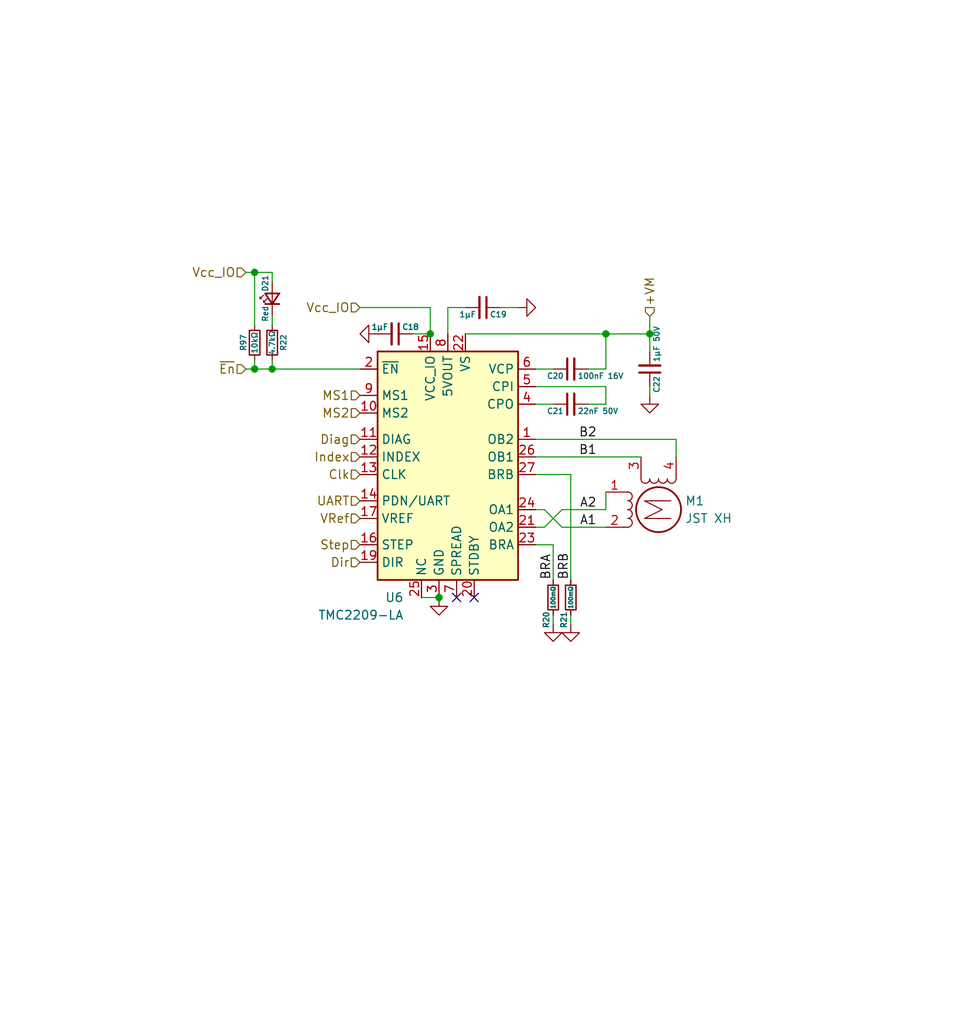
<source format=kicad_sch>
(kicad_sch (version 20231120) (generator "eeschema") (generator_version "8.0")
  (paper "User" 140.005 148.006)
  (title_block (title "Integrated TMC2209 Driver Block") (company "Meridi Engineering"))
  (lib_symbols
    (symbol "Device:C_Small" (pin_numbers hide) (pin_names (offset 0.254) hide)
      (property "Reference" "C" (at 0.254 1.778 0))
      (property "Value" "C_Small" (at 0.254 -2.032 0))
      (symbol "C_Small_0_1"
        (polyline (pts (xy -1.524 -0.508) (xy 1.524 -0.508)) (stroke (width 0.3302)))
        (polyline (pts (xy -1.524 0.508) (xy 1.524 0.508)) (stroke (width 0.3048)))
      )
      (symbol "C_Small_1_1"
        (pin passive line (at 0 2.54 270) (length 2.032) (name "~") (number "1"))
        (pin passive line (at 0 -2.54 90) (length 2.032) (name "~") (number "2"))
      )
    )
    (symbol "Device:LED_Small" (pin_numbers hide) (pin_names (offset 0.254) hide)
      (property "Reference" "D" (at -1.27 3.175 0))
      (property "Value" "LED_Small" (at -4.445 -2.54 0))
      (symbol "LED_Small_0_1"
        (polyline (pts (xy -0.762 -1.016) (xy -0.762 1.016)) (stroke (width 0.254)))
        (polyline (pts (xy 1.016 0) (xy -0.762 0)))
        (polyline (pts (xy 0.762 -1.016) (xy -0.762 0) (xy 0.762 1.016) (xy 0.762 -1.016)) (stroke (width 0.254)))
        (polyline (pts (xy 0 0.762) (xy -0.508 1.27) (xy -0.254 1.27) (xy -0.508 1.27) (xy -0.508 1.016)))
        (polyline (pts (xy 0.508 1.27) (xy 0 1.778) (xy 0.254 1.778) (xy 0 1.778) (xy 0 1.524)))
      )
      (symbol "LED_Small_1_1"
        (pin passive line (at -2.54 0 0) (length 1.778) (name "K") (number "1"))
        (pin passive line (at 2.54 0 180) (length 1.778) (name "A") (number "2"))
      )
    )
    (symbol "Device:R_Small" (pin_numbers hide) (pin_names (offset 0.254) hide)
      (property "Reference" "R" (at 0.762 0.508 0))
      (property "Value" "R_Small" (at 0.762 -1.016 0))
      (symbol "R_Small_0_1"
        (rectangle (start -0.762 1.778) (end 0.762 -1.778) (stroke (width 0.2032)))
      )
      (symbol "R_Small_1_1"
        (pin passive line (at 0 2.54 270) (length 0.762) (name "~") (number "1"))
        (pin passive line (at 0 -2.54 90) (length 0.762) (name "~") (number "2"))
      )
    )
    (symbol "Motor:Stepper_Motor_bipolar" (pin_names (offset 0) hide)
      (property "Reference" "M" (at 3.81 2.54 0))
      (property "Value" "Stepper_Motor_bipolar" (at 3.81 1.27 0))
      (symbol "Stepper_Motor_bipolar_0_0"
        (polyline (pts (xy -1.27 -1.778) (xy -1.27 2.032) (xy 0 -0.508) (xy 1.27 2.032) (xy 1.27 -1.778)))
      )
      (symbol "Stepper_Motor_bipolar_0_1"
        (arc (start -4.445 -2.54) (mid -3.8127 -1.905) (end -4.445 -1.27))
        (arc (start -4.445 -1.27) (mid -3.8127 -0.635) (end -4.445 0))
        (arc (start -4.445 0) (mid -3.8127 0.635) (end -4.445 1.27))
        (arc (start -4.445 1.27) (mid -3.8127 1.905) (end -4.445 2.54))
        (arc (start -2.54 4.445) (mid -1.905 3.8127) (end -1.27 4.445))
        (arc (start -1.27 4.445) (mid -0.635 3.8127) (end 0 4.445))
        (polyline (pts (xy -5.08 -2.54) (xy -4.445 -2.54)))
        (polyline (pts (xy -5.08 2.54) (xy -4.445 2.54)))
        (polyline (pts (xy -2.54 5.08) (xy -2.54 4.445)))
        (polyline (pts (xy 2.54 5.08) (xy 2.54 4.445)))
        (circle (center 0 0) (radius 3.2512) (stroke (width 0.254)))
        (arc (start 0 4.445) (mid 0.635 3.8127) (end 1.27 4.445))
        (arc (start 1.27 4.445) (mid 1.905 3.8127) (end 2.54 4.445))
      )
      (symbol "Stepper_Motor_bipolar_1_1"
        (pin passive line (at -2.54 7.62 270) (length 2.54) (name "~") (number "1"))
        (pin passive line (at 2.54 7.62 270) (length 2.54) (name "-") (number "2"))
        (pin passive line (at -7.62 2.54 0) (length 2.54) (name "~") (number "3"))
        (pin passive line (at -7.62 -2.54 0) (length 2.54) (name "~") (number "4"))
      )
    )
    (symbol "corevus:TMC2209-LA"
      (property "Reference" "U" (at -7.62 -19.05 0))
      (property "Value" "TMC2209-LA" (at -7.62 -21.59 0))
      (symbol "TMC2209-LA_0_0"
        (pin power_out line (at 12.7 3.81 180) (length 2.54) (name "OB2") (number "1"))
        (pin input line (at -12.7 7.62 0) (length 2.54) (name "MS2") (number "10"))
        (pin power_in line (at 12.7 -8.89 180) (length 2.54) (name "OA2") (number "21"))
        (pin power_in line (at 2.54 19.05 270) (length 2.54) (name "VS") (number "22"))
        (pin power_in line (at 12.7 -11.43 180) (length 2.54) (name "BRA") (number "23"))
        (pin power_in line (at 12.7 -6.35 180) (length 2.54) (name "OA1") (number "24"))
        (pin power_in line (at 12.7 1.27 180) (length 2.54) (name "OB1") (number "26"))
        (pin power_in line (at 12.7 -1.27 180) (length 2.54) (name "BRB") (number "27"))
        (pin power_out line (at 12.7 8.89 180) (length 2.54) (name "CPO") (number "4"))
        (pin power_in line (at 12.7 11.43 180) (length 2.54) (name "CPI") (number "5"))
        (pin power_in line (at 12.7 13.97 180) (length 2.54) (name "VCP") (number "6"))
        (pin input line (at -12.7 10.16 0) (length 2.54) (name "MS1") (number "9"))
      )
      (symbol "TMC2209-LA_0_1"
        (rectangle (start -10.16 16.51) (end 10.16 -16.51) (stroke (width 0.254)) (fill (type background)))
      )
      (symbol "TMC2209-LA_1_0"
        (pin output line (at -12.7 3.81 0) (length 2.54) (name "DIAG") (number "11"))
        (pin output line (at -12.7 1.27 0) (length 2.54) (name "INDEX") (number "12"))
        (pin input line (at -12.7 -1.27 0) (length 2.54) (name "CLK") (number "13"))
        (pin bidirectional line (at -12.7 -5.08 0) (length 2.54) (name "PDN/UART") (number "14"))
        (pin input line (at -2.54 19.05 270) (length 2.54) (name "VCC_IO") (number "15"))
        (pin input line (at -12.7 -11.43 0) (length 2.54) (name "STEP") (number "16"))
        (pin input line (at -12.7 -7.62 0) (length 2.54) (name "VREF") (number "17"))
        (pin power_in line (at -1.27 -19.05 90) (length 2.54) hide (name "Gnd") (number "18"))
        (pin input line (at -12.7 -13.97 0) (length 2.54) (name "DIR") (number "19"))
        (pin input line (at -12.7 13.97 0) (length 2.54) (name "~{EN}") (number "2"))
        (pin passive line (at 3.81 -19.05 90) (length 2.54) (name "STDBY") (number "20"))
        (pin passive line (at -3.81 -19.05 90) (length 2.54) (name "NC") (number "25"))
        (pin unspecified line (at 2.54 19.05 270) (length 2.54) hide (name "VS") (number "28"))
        (pin unspecified line (at -1.27 -19.05 90) (length 2.54) hide (name "Pad") (number "29"))
        (pin power_in line (at -1.27 -19.05 90) (length 2.54) (name "GND") (number "3"))
        (pin passive line (at 1.27 -19.05 90) (length 2.54) (name "SPREAD") (number "7"))
        (pin power_out line (at 0 19.05 270) (length 2.54) (name "5VOUT") (number "8"))
      )
    )
    (symbol "power:GND" (power) (pin_names (offset 0))
      (property "Value" "GND" (at 0 -3.81 0))
      (symbol "GND_0_1"
        (polyline (pts (xy 0 0) (xy 0 -1.27) (xy 1.27 -1.27) (xy 0 -2.54) (xy -1.27 -1.27) (xy 0 -1.27)))
      )
      (symbol "GND_1_1"
        (pin power_in line (at 0 0 270) (length 0) hide (name "GND") (number "1"))
      )
    )
  )
  (junction (at 62.23 48.26))
  (junction (at 36.83 53.34))
  (junction (at 93.98 48.26))
  (junction (at 87.63 48.26))
  (junction (at 63.5 86.36))
  (junction (at 36.83 39.37))
  (junction (at 39.37 53.34))
  (no_connect (at 68.58 86.36))
  (no_connect (at 66.04 86.36))
  (wire (pts (xy 77.47 58.42) (xy 80.01 58.42)))
  (wire (pts (xy 93.98 48.26) (xy 93.98 50.8)))
  (wire (pts (xy 36.83 39.37) (xy 36.83 46.99)))
  (wire (pts (xy 97.79 63.5) (xy 97.79 66.04)))
  (wire (pts (xy 52.07 44.45) (xy 62.23 44.45)))
  (wire (pts (xy 81.28 76.2) (xy 87.63 76.2)))
  (wire (pts (xy 74.93 44.45) (xy 72.39 44.45)))
  (wire (pts (xy 77.47 68.58) (xy 82.55 68.58)))
  (wire (pts (xy 39.37 39.37) (xy 39.37 40.64)))
  (wire (pts (xy 87.63 48.26) (xy 93.98 48.26)))
  (wire (pts (xy 35.56 53.34) (xy 36.83 53.34)))
  (wire (pts (xy 77.47 73.66) (xy 78.74 73.66)))
  (wire (pts (xy 36.83 39.37) (xy 39.37 39.37)))
  (wire (pts (xy 87.63 73.66) (xy 87.63 71.12)))
  (wire (pts (xy 77.47 78.74) (xy 80.01 78.74)))
  (wire (pts (xy 77.47 55.88) (xy 87.63 55.88)))
  (wire (pts (xy 81.28 73.66) (xy 78.74 76.2)))
  (wire (pts (xy 77.47 66.04) (xy 92.71 66.04)))
  (wire (pts (xy 62.23 44.45) (xy 62.23 48.26)))
  (wire (pts (xy 78.74 73.66) (xy 81.28 76.2)))
  (wire (pts (xy 36.83 52.07) (xy 36.83 53.34)))
  (wire (pts (xy 82.55 68.58) (xy 82.55 83.82)))
  (wire (pts (xy 80.01 78.74) (xy 80.01 83.82)))
  (wire (pts (xy 87.63 55.88) (xy 87.63 58.42)))
  (wire (pts (xy 39.37 53.34) (xy 39.37 52.07)))
  (wire (pts (xy 81.28 73.66) (xy 87.63 73.66)))
  (wire (pts (xy 64.77 44.45) (xy 67.31 44.45)))
  (wire (pts (xy 93.98 55.88) (xy 93.98 57.15)))
  (wire (pts (xy 85.09 53.34) (xy 87.63 53.34)))
  (wire (pts (xy 35.56 39.37) (xy 36.83 39.37)))
  (wire (pts (xy 60.96 86.36) (xy 63.5 86.36)))
  (wire (pts (xy 85.09 58.42) (xy 87.63 58.42)))
  (wire (pts (xy 82.55 88.9) (xy 82.55 90.17)))
  (wire (pts (xy 36.83 53.34) (xy 39.37 53.34)))
  (wire (pts (xy 77.47 53.34) (xy 80.01 53.34)))
  (wire (pts (xy 59.69 48.26) (xy 62.23 48.26)))
  (wire (pts (xy 77.47 76.2) (xy 78.74 76.2)))
  (wire (pts (xy 93.98 45.72) (xy 93.98 48.26)))
  (wire (pts (xy 77.47 63.5) (xy 97.79 63.5)))
  (wire (pts (xy 87.63 53.34) (xy 87.63 48.26)))
  (wire (pts (xy 80.01 88.9) (xy 80.01 90.17)))
  (wire (pts (xy 67.31 48.26) (xy 87.63 48.26)))
  (wire (pts (xy 64.77 44.45) (xy 64.77 48.26)))
  (wire (pts (xy 39.37 53.34) (xy 52.07 53.34)))
  (wire (pts (xy 39.37 45.72) (xy 39.37 46.99)))
  (label "A1" (at 83.82 76.2 0))
  (label "B1" (at 86.36 66.04 180))
  (label "A2" (at 83.82 73.66 0))
  (label "BRB" (at 82.55 83.82 90))
  (label "BRA" (at 80.01 83.82 90))
  (label "B2" (at 86.36 63.5 180))
  (hierarchical_label "MS2" (shape input) (at 52.07 59.69 180))
  (hierarchical_label "Diag" (shape input) (at 52.07 63.5 180))
  (hierarchical_label "Index" (shape input) (at 52.07 66.04 180))
  (hierarchical_label "UART" (shape input) (at 52.07 72.39 180))
  (hierarchical_label "Vcc_IO" (shape input) (at 52.07 44.45 180))
  (hierarchical_label "+VM" (shape input) (at 93.98 45.72 90))
  (hierarchical_label "~{En}" (shape input) (at 35.56 53.34 180))
  (hierarchical_label "Step" (shape input) (at 52.07 78.74 180))
  (hierarchical_label "Dir" (shape input) (at 52.07 81.28 180))
  (hierarchical_label "Vcc_IO" (shape input) (at 35.56 39.37 180))
  (hierarchical_label "VRef" (shape input) (at 52.07 74.93 180))
  (hierarchical_label "MS1" (shape input) (at 52.07 57.15 180))
  (hierarchical_label "Clk" (shape input) (at 52.07 68.58 180))
  (symbol (lib_id "power:GND") (at 74.93 44.45 90) (mirror x) (unit 1)
    (property "Reference" "#PWR0103" (effects (hide yes)))
    (property "Value" "GND" (effects (hide yes)))
    (instances (project "corevus-g" (path "" (reference "#PWR0103") (unit 1)) (path "" (reference "#PWR0114") (unit 1)) (path "" (reference "#PWR0121") (unit 1)) (path "" (reference "#PWR0128") (unit 1))))
  )
  (symbol (lib_id "power:GND") (at 80.01 90.17 0) (mirror y) (unit 1)
    (property "Reference" "#PWR0107" (effects (hide yes)))
    (property "Value" "GND" (effects (hide yes)))
    (instances (project "corevus-g" (path "" (reference "#PWR0107") (unit 1)) (path "" (reference "#PWR0110") (unit 1)) (path "" (reference "#PWR0117") (unit 1)) (path "" (reference "#PWR0124") (unit 1))))
  )
  (symbol (lib_id "corevus:TMC2209-LA") (at 64.77 67.31 0) (unit 1)
    (property "Reference" "U6" (at 58.42 86.36 0) (effects (justify right)))
    (property "Value" "TMC2209-LA" (at 58.42 88.9 0) (effects (justify right)))
    (property "Footprint" "corevus:TMC220x" (effects (hide yes)))
    (instances (project "corevus-g" (path "" (reference "U6") (unit 1)) (path "" (reference "U7") (unit 1)) (path "" (reference "U8") (unit 1)) (path "" (reference "U9") (unit 1))))
  )
  (symbol (lib_id "Device:C_Small") (at 82.55 58.42 90) (unit 1)
    (property "Reference" "C21" (at 81.55 59.42 90) (effects (font (size 0.8 0.8)) (justify left)))
    (property "Value" "22nF 50V" (at 83.55 59.42 90) (effects (font (size 0.8 0.8)) (justify right)))
    (property "Footprint" "AlphaLib:0402C" (effects (hide yes)))
    (property "LCSC" "C1532" (effects (hide yes)))
    (instances (project "corevus-g" (path "" (reference "C21") (unit 1)) (path "" (reference "C26") (unit 1)) (path "" (reference "C31") (unit 1)) (path "" (reference "C36") (unit 1))))
  )
  (symbol (lib_id "Motor:Stepper_Motor_bipolar") (at 95.25 73.66 90) (mirror x) (unit 1)
    (property "Reference" "M1" (at 99.06 72.39 90) (effects (justify right)))
    (property "Value" "JST XH" (at 99.06 74.93 90) (effects (justify right)))
    (property "Footprint" "corevus:JST_XH_1x04" (effects (hide yes)))
    (property "Datasheet" "http://www.infineon.com/dgdl/Application-Note-TLE8110EE_driving_UniPolarStepperMotor_V1.1.pdf?fileId=db3a30431be39b97011be5d0aa0a00b0" (effects (hide yes)))
    (instances (project "corevus-g" (path "" (reference "M1") (unit 1)) (path "" (reference "M2") (unit 1)) (path "" (reference "M3") (unit 1)) (path "" (reference "M4") (unit 1))))
  )
  (symbol (lib_id "Device:R_Small") (at 39.37 49.53 0) (mirror y) (unit 1)
    (property "Reference" "R22" (at 41 49.53 90) (effects (font (size 0.8 0.8))))
    (property "Value" "4.7kΩ" (at 39.37 49.53 90) (effects (font (size 0.8 0.8))))
    (property "Footprint" "AlphaLib:0402R" (effects (hide yes)))
    (instances (project "corevus-g" (path "" (reference "R22") (unit 1)) (path "" (reference "R24") (unit 1)) (path "" (reference "R29") (unit 1)) (path "" (reference "R102") (unit 1))))
  )
  (symbol (lib_id "Device:R_Small") (at 80.01 86.36 0) (mirror y) (unit 1)
    (property "Reference" "R20" (at 79.01 88.36 90) (effects (font (size 0.8 0.8)) (justify right)))
    (property "Value" "100mΩ" (at 80.01 86.36 90) (effects (font (size 0.6 0.6))))
    (property "Footprint" "Resistor_SMD:R_0805_2012Metric" (effects (hide yes)))
    (property "LCSC" "C382279" (effects (hide yes)))
    (instances (project "corevus-g" (path "" (reference "R20") (unit 1)) (path "" (reference "R26") (unit 1)) (path "" (reference "R30") (unit 1)) (path "" (reference "R103") (unit 1))))
  )
  (symbol (lib_id "power:GND") (at 82.55 90.17 0) (mirror y) (unit 1)
    (property "Reference" "#PWR0108" (effects (hide yes)))
    (property "Value" "GND" (effects (hide yes)))
    (instances (project "corevus-g" (path "" (reference "#PWR0108") (unit 1)) (path "" (reference "#PWR0111") (unit 1)) (path "" (reference "#PWR0118") (unit 1)) (path "" (reference "#PWR0125") (unit 1))))
  )
  (symbol (lib_id "Device:C_Small") (at 69.85 44.45 270) (mirror x) (unit 1)
    (property "Reference" "C19" (at 70.85 45.45 90) (effects (font (size 0.8 0.8)) (justify left)))
    (property "Value" "1μF" (at 68.85 45.45 90) (effects (font (size 0.8 0.8)) (justify right)))
    (property "Footprint" "AlphaLib:0402C" (effects (hide yes)))
    (instances (project "corevus-g" (path "" (reference "C19") (unit 1)) (path "" (reference "C24") (unit 1)) (path "" (reference "C29") (unit 1)) (path "" (reference "C34") (unit 1))))
  )
  (symbol (lib_id "Device:C_Small") (at 57.15 48.26 270) (unit 1)
    (property "Reference" "C18" (at 58.15 47.26 90) (effects (font (size 0.8 0.8)) (justify left)))
    (property "Value" "1μF" (at 56.15 47.26 90) (effects (font (size 0.8 0.8)) (justify right)))
    (property "Footprint" "AlphaLib:0402C" (effects (hide yes)))
    (instances (project "corevus-g" (path "" (reference "C18") (unit 1)) (path "" (reference "C23") (unit 1)) (path "" (reference "C28") (unit 1)) (path "" (reference "C33") (unit 1))))
  )
  (symbol (lib_id "Device:LED_Small") (at 39.37 43.18 90) (unit 1)
    (property "Reference" "D21" (at 38.37 42.18 0) (effects (font (size 0.8 0.8)) (justify left)))
    (property "Value" "Red" (at 38.37 44.18 0) (effects (font (size 0.8 0.8)) (justify right)))
    (property "Footprint" "AlphaLib:0402LED" (effects (hide yes)))
    (instances (project "corevus-g" (path "" (reference "D21") (unit 1)) (path "" (reference "D22") (unit 1)) (path "" (reference "D23") (unit 1)) (path "" (reference "D24") (unit 1))))
  )
  (symbol (lib_id "power:GND") (at 63.5 86.36 0) (unit 1)
    (property "Reference" "#PWR0249" (effects (hide yes)))
    (property "Value" "GND" (effects (hide yes)))
    (instances (project "corevus-g" (path "" (reference "#PWR0249") (unit 1)) (path "" (reference "#PWR0106") (unit 1)) (path "" (reference "#PWR0116") (unit 1)) (path "" (reference "#PWR0123") (unit 1))))
  )
  (symbol (lib_id "Device:R_Small") (at 36.83 49.53 0) (unit 1)
    (property "Reference" "R97" (at 35.2 49.53 90) (effects (font (size 0.8 0.8))))
    (property "Value" "10kΩ" (at 36.83 49.53 90) (effects (font (size 0.8 0.8))))
    (property "Footprint" "AlphaLib:0402R" (effects (hide yes)))
    (instances (project "corevus-g" (path "" (reference "R97") (unit 1)) (path "" (reference "R23") (unit 1)) (path "" (reference "R28") (unit 1)) (path "" (reference "R101") (unit 1))))
  )
  (symbol (lib_id "power:GND") (at 93.98 57.15 0) (unit 1)
    (property "Reference" "#PWR0109" (effects (hide yes)))
    (property "Value" "GND" (effects (hide yes)))
    (instances (project "corevus-g" (path "" (reference "#PWR0109") (unit 1)) (path "" (reference "#PWR0104") (unit 1)) (path "" (reference "#PWR0115") (unit 1)) (path "" (reference "#PWR0122") (unit 1))))
  )
  (symbol (lib_id "Device:C_Small") (at 82.55 53.34 90) (unit 1)
    (property "Reference" "C20" (at 81.55 54.34 90) (effects (font (size 0.8 0.8)) (justify left)))
    (property "Value" "100nF 16V" (at 83.55 54.34 90) (effects (font (size 0.8 0.8)) (justify right)))
    (property "Footprint" "AlphaLib:0402C" (effects (hide yes)))
    (property "LCSC" "C1525" (effects (hide yes)))
    (instances (project "corevus-g" (path "" (reference "C20") (unit 1)) (path "" (reference "C25") (unit 1)) (path "" (reference "C30") (unit 1)) (path "" (reference "C35") (unit 1))))
  )
  (symbol (lib_id "Device:C_Small") (at 93.98 53.34 180) (unit 1)
    (property "Reference" "C22" (at 94.98 54.34 90) (effects (font (size 0.8 0.8)) (justify left)))
    (property "Value" "1μF 50V" (at 94.98 52.34 90) (effects (font (size 0.8 0.8)) (justify right)))
    (property "Footprint" "AlphaLib:0603C" (effects (hide yes)))
    (property "LCSC" "C15849" (effects (hide yes)))
    (instances (project "corevus-g" (path "" (reference "C22") (unit 1)) (path "" (reference "C27") (unit 1)) (path "" (reference "C32") (unit 1)) (path "" (reference "C37") (unit 1))))
  )
  (symbol (lib_id "power:GND") (at 54.61 48.26 270) (unit 1)
    (property "Reference" "#PWR0250" (effects (hide yes)))
    (property "Value" "GND" (effects (hide yes)))
    (instances (project "corevus-g" (path "" (reference "#PWR0250") (unit 1)) (path "" (reference "#PWR0113") (unit 1)) (path "" (reference "#PWR0120") (unit 1)) (path "" (reference "#PWR0127") (unit 1))))
  )
  (symbol (lib_id "Device:R_Small") (at 82.55 86.36 0) (mirror y) (unit 1)
    (property "Reference" "R21" (at 81.55 88.36 90) (effects (font (size 0.8 0.8)) (justify right)))
    (property "Value" "100mΩ" (at 82.55 86.36 90) (effects (font (size 0.6 0.6))))
    (property "Footprint" "Resistor_SMD:R_0805_2012Metric" (effects (hide yes)))
    (property "LCSC" "C382279" (effects (hide yes)))
    (instances (project "corevus-g" (path "" (reference "R21") (unit 1)) (path "" (reference "R27") (unit 1)) (path "" (reference "R100") (unit 1)) (path "" (reference "R105") (unit 1))))
  )
)
</source>
